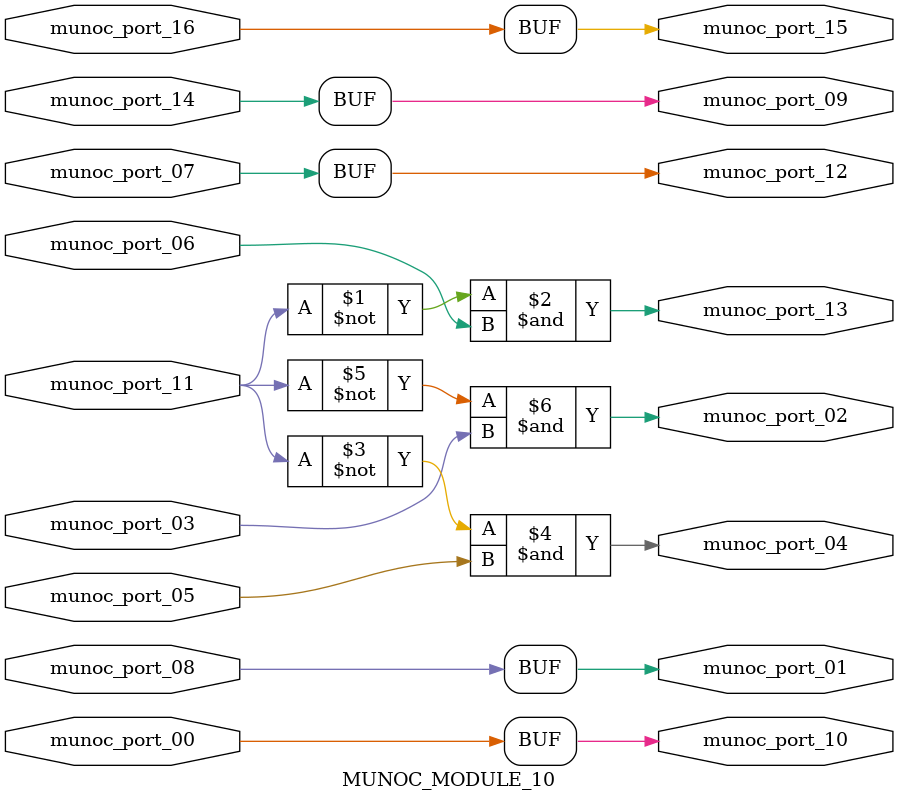
<source format=v>

`include "munoc_include_04.vh"



module MUNOC_MODULE_10
(
	munoc_port_11,

	munoc_port_16,
	munoc_port_08,
	munoc_port_06,
	munoc_port_05,
	munoc_port_00,
	munoc_port_09,
	munoc_port_02,
	munoc_port_12,

	munoc_port_15,
	munoc_port_01,
	munoc_port_13,
	munoc_port_04,
	munoc_port_10,
	munoc_port_14,
	munoc_port_03,
	munoc_port_07
);



parameter MUNOC_GPARA_1 = 1;
parameter MUNOC_GPARA_0 = 1;

input wire munoc_port_11;

input wire [MUNOC_GPARA_0-1:0] munoc_port_16;
input wire munoc_port_08;
input wire munoc_port_06;
input wire munoc_port_05;
input wire [MUNOC_GPARA_1-1:0] munoc_port_00;
output wire [MUNOC_GPARA_1-1:0] munoc_port_09;
output wire munoc_port_02;
output wire munoc_port_12;

output wire [MUNOC_GPARA_0-1:0] munoc_port_15;
output wire munoc_port_01;
output wire munoc_port_13;
output wire munoc_port_04;
output wire [MUNOC_GPARA_1-1:0] munoc_port_10;
input wire [MUNOC_GPARA_1-1:0] munoc_port_14;
input wire munoc_port_03;
input wire munoc_port_07;

assign munoc_port_15 = munoc_port_16;
assign munoc_port_01 = munoc_port_08;
assign munoc_port_13 = (~munoc_port_11) & munoc_port_06;
assign munoc_port_04 = (~munoc_port_11) & munoc_port_05;
assign munoc_port_10 = munoc_port_00;
assign munoc_port_09 = munoc_port_14;
assign munoc_port_02 = (~munoc_port_11) & munoc_port_03;
assign munoc_port_12 = munoc_port_07;

endmodule

</source>
